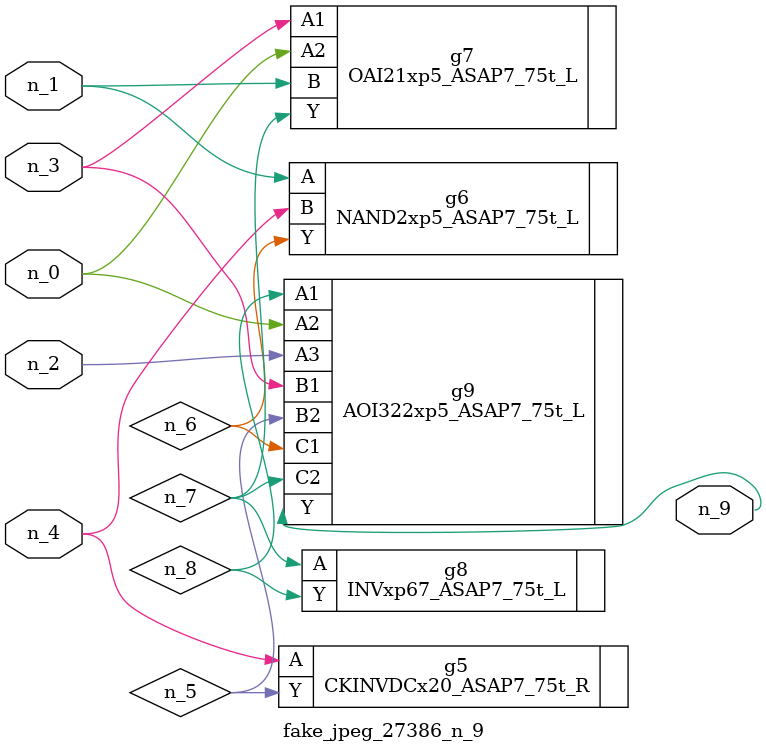
<source format=v>
module fake_jpeg_27386_n_9 (n_3, n_2, n_1, n_0, n_4, n_9);

input n_3;
input n_2;
input n_1;
input n_0;
input n_4;

output n_9;

wire n_8;
wire n_6;
wire n_5;
wire n_7;

CKINVDCx20_ASAP7_75t_R g5 ( 
.A(n_4),
.Y(n_5)
);

NAND2xp5_ASAP7_75t_L g6 ( 
.A(n_1),
.B(n_4),
.Y(n_6)
);

OAI21xp5_ASAP7_75t_L g7 ( 
.A1(n_3),
.A2(n_0),
.B(n_1),
.Y(n_7)
);

INVxp67_ASAP7_75t_L g8 ( 
.A(n_7),
.Y(n_8)
);

AOI322xp5_ASAP7_75t_L g9 ( 
.A1(n_8),
.A2(n_0),
.A3(n_2),
.B1(n_3),
.B2(n_5),
.C1(n_6),
.C2(n_7),
.Y(n_9)
);


endmodule
</source>
